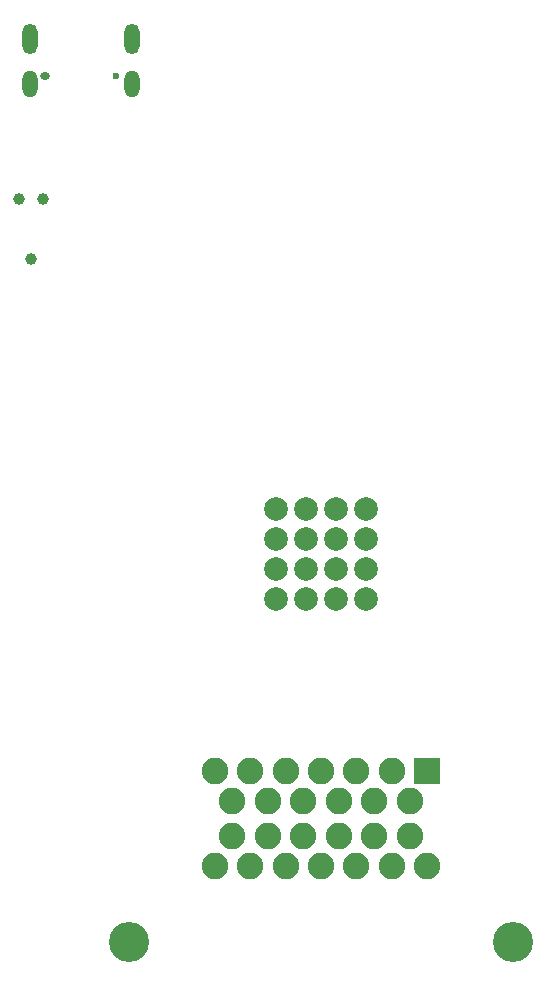
<source format=gbs>
G04 #@! TF.GenerationSoftware,KiCad,Pcbnew,(7.0.0)*
G04 #@! TF.CreationDate,2023-08-22T13:44:59-04:00*
G04 #@! TF.ProjectId,Power Module Rev 5,506f7765-7220-44d6-9f64-756c65205265,rev?*
G04 #@! TF.SameCoordinates,Original*
G04 #@! TF.FileFunction,Soldermask,Bot*
G04 #@! TF.FilePolarity,Negative*
%FSLAX46Y46*%
G04 Gerber Fmt 4.6, Leading zero omitted, Abs format (unit mm)*
G04 Created by KiCad (PCBNEW (7.0.0)) date 2023-08-22 13:44:59*
%MOMM*%
%LPD*%
G01*
G04 APERTURE LIST*
%ADD10C,0.990600*%
%ADD11C,0.600000*%
%ADD12O,0.850000X0.600000*%
%ADD13O,1.300000X2.300000*%
%ADD14O,1.300000X2.600000*%
%ADD15C,3.400000*%
%ADD16R,2.250000X2.250000*%
%ADD17C,2.250000*%
%ADD18C,2.003200*%
G04 APERTURE END LIST*
D10*
X102438200Y-69773800D03*
X101422200Y-64693800D03*
X103454200Y-64693800D03*
D11*
X109654600Y-54247000D03*
D12*
X103654599Y-54246999D03*
D13*
X110974599Y-54971999D03*
D14*
X110974599Y-51146999D03*
D13*
X102334599Y-54971999D03*
D14*
X102334599Y-51146999D03*
D15*
X110750000Y-127635000D03*
X143250000Y-127635000D03*
D16*
X135999999Y-113134999D03*
D17*
X133000000Y-113135000D03*
X130000000Y-113135000D03*
X127000000Y-113135000D03*
X124000000Y-113135000D03*
X121000000Y-113135000D03*
X118000000Y-113135000D03*
X134500000Y-115635000D03*
X131500000Y-115635000D03*
X128500000Y-115635000D03*
X125500000Y-115635000D03*
X122500000Y-115635000D03*
X119500000Y-115635000D03*
X134500000Y-118635000D03*
X131500000Y-118635000D03*
X128500000Y-118635000D03*
X125500000Y-118635000D03*
X122500000Y-118635000D03*
X119500000Y-118635000D03*
X136000000Y-121135000D03*
X133000000Y-121135000D03*
X130000000Y-121135000D03*
X127000000Y-121135000D03*
X124000000Y-121135000D03*
X121000000Y-121135000D03*
X118000000Y-121135000D03*
D18*
X123190000Y-90932000D03*
X125730000Y-90932000D03*
X128270000Y-90932000D03*
X130810000Y-90932000D03*
X130810000Y-93472000D03*
X128270000Y-93472000D03*
X125730000Y-93472000D03*
X123190000Y-93472000D03*
X123190000Y-96012000D03*
X125730000Y-96012000D03*
X128270000Y-96012000D03*
X130810000Y-96012000D03*
X130810000Y-98552000D03*
X128270000Y-98552000D03*
X125730000Y-98552000D03*
X123190000Y-98552000D03*
M02*

</source>
